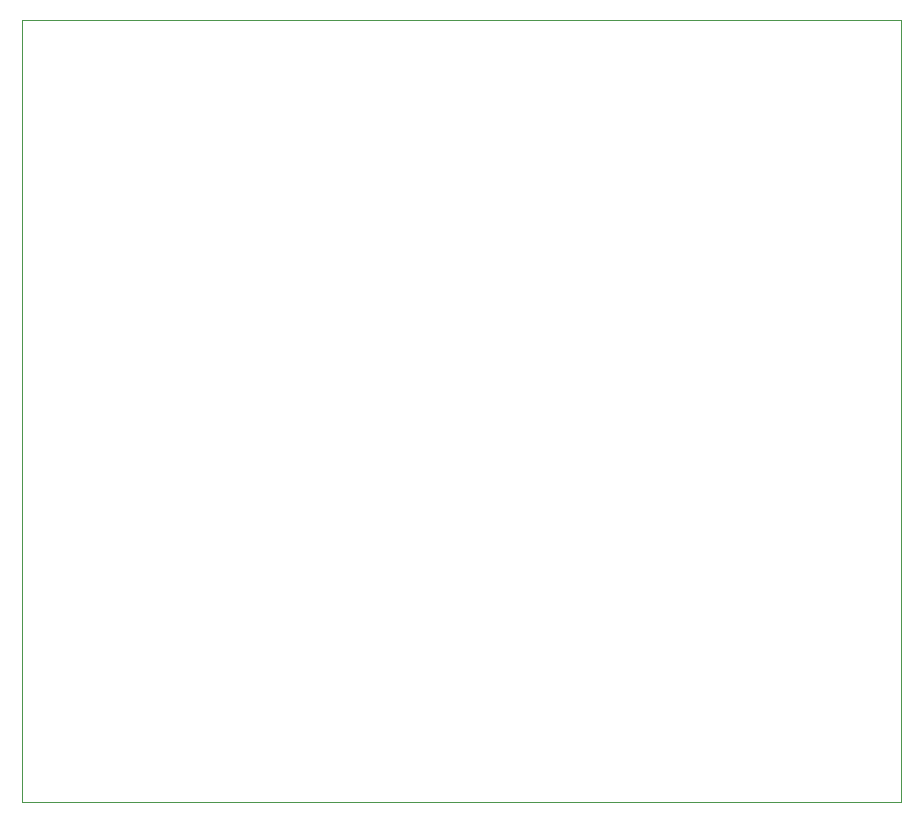
<source format=gbr>
%TF.GenerationSoftware,KiCad,Pcbnew,(5.1.9)-1*%
%TF.CreationDate,2021-12-25T23:37:10-05:00*%
%TF.ProjectId,4runner-seat-heat,3472756e-6e65-4722-9d73-6561742d6865,rev?*%
%TF.SameCoordinates,Original*%
%TF.FileFunction,Profile,NP*%
%FSLAX46Y46*%
G04 Gerber Fmt 4.6, Leading zero omitted, Abs format (unit mm)*
G04 Created by KiCad (PCBNEW (5.1.9)-1) date 2021-12-25 23:37:10*
%MOMM*%
%LPD*%
G01*
G04 APERTURE LIST*
%TA.AperFunction,Profile*%
%ADD10C,0.050000*%
%TD*%
G04 APERTURE END LIST*
D10*
X74397000Y0D02*
X74397000Y-66217800D01*
X0Y-66218000D02*
X74396600Y-66218000D01*
X0Y0D02*
X0Y-66218000D01*
X0Y0D02*
X74397000Y0D01*
M02*

</source>
